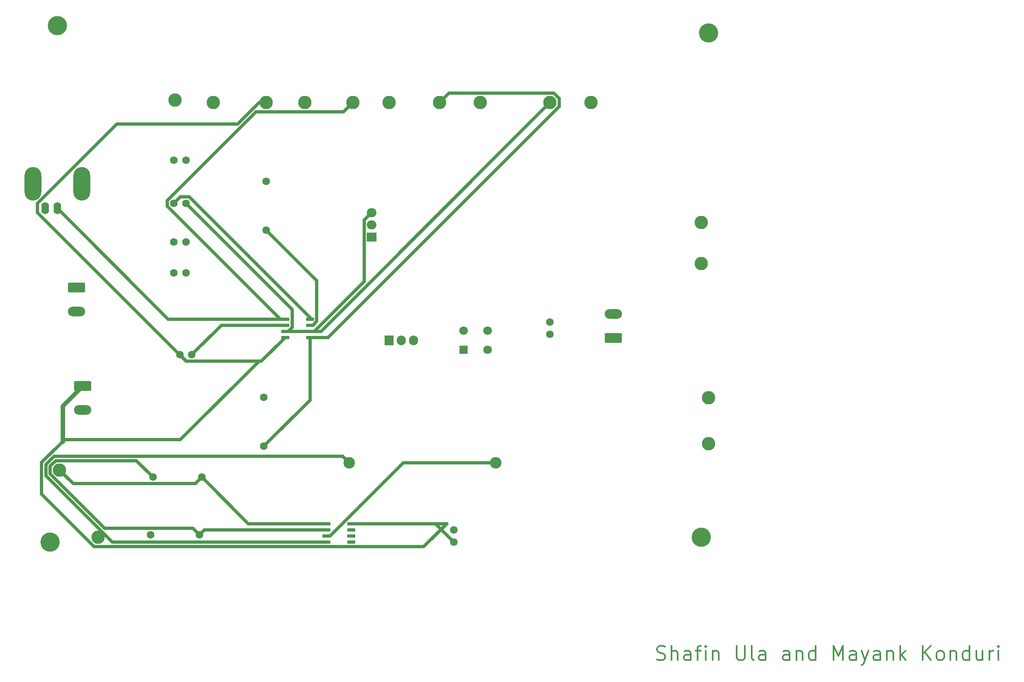
<source format=gtl>
%TF.GenerationSoftware,KiCad,Pcbnew,9.0.4*%
%TF.CreationDate,2025-10-14T11:36:06-05:00*%
%TF.ProjectId,Prelab7,5072656c-6162-4372-9e6b-696361645f70,rev?*%
%TF.SameCoordinates,Original*%
%TF.FileFunction,Copper,L1,Top*%
%TF.FilePolarity,Positive*%
%FSLAX46Y46*%
G04 Gerber Fmt 4.6, Leading zero omitted, Abs format (unit mm)*
G04 Created by KiCad (PCBNEW 9.0.4) date 2025-10-14 11:36:06*
%MOMM*%
%LPD*%
G01*
G04 APERTURE LIST*
G04 Aperture macros list*
%AMRoundRect*
0 Rectangle with rounded corners*
0 $1 Rounding radius*
0 $2 $3 $4 $5 $6 $7 $8 $9 X,Y pos of 4 corners*
0 Add a 4 corners polygon primitive as box body*
4,1,4,$2,$3,$4,$5,$6,$7,$8,$9,$2,$3,0*
0 Add four circle primitives for the rounded corners*
1,1,$1+$1,$2,$3*
1,1,$1+$1,$4,$5*
1,1,$1+$1,$6,$7*
1,1,$1+$1,$8,$9*
0 Add four rect primitives between the rounded corners*
20,1,$1+$1,$2,$3,$4,$5,0*
20,1,$1+$1,$4,$5,$6,$7,0*
20,1,$1+$1,$6,$7,$8,$9,0*
20,1,$1+$1,$8,$9,$2,$3,0*%
G04 Aperture macros list end*
%ADD10C,0.300000*%
%TA.AperFunction,NonConductor*%
%ADD11C,0.300000*%
%TD*%
%TA.AperFunction,ComponentPad*%
%ADD12C,2.800000*%
%TD*%
%TA.AperFunction,SMDPad,CuDef*%
%ADD13RoundRect,0.150000X-0.725000X-0.150000X0.725000X-0.150000X0.725000X0.150000X-0.725000X0.150000X0*%
%TD*%
%TA.AperFunction,ComponentPad*%
%ADD14C,1.600000*%
%TD*%
%TA.AperFunction,ComponentPad*%
%ADD15RoundRect,0.250000X1.550000X-0.750000X1.550000X0.750000X-1.550000X0.750000X-1.550000X-0.750000X0*%
%TD*%
%TA.AperFunction,ComponentPad*%
%ADD16O,3.600000X2.000000*%
%TD*%
%TA.AperFunction,ComponentPad*%
%ADD17RoundRect,0.250000X-1.550000X0.750000X-1.550000X-0.750000X1.550000X-0.750000X1.550000X0.750000X0*%
%TD*%
%TA.AperFunction,ComponentPad*%
%ADD18C,2.400000*%
%TD*%
%TA.AperFunction,ComponentPad*%
%ADD19R,1.905000X2.000000*%
%TD*%
%TA.AperFunction,ComponentPad*%
%ADD20O,1.905000X2.000000*%
%TD*%
%TA.AperFunction,ComponentPad*%
%ADD21R,2.000000X1.905000*%
%TD*%
%TA.AperFunction,ComponentPad*%
%ADD22O,2.000000X1.905000*%
%TD*%
%TA.AperFunction,ComponentPad*%
%ADD23O,1.600000X2.500000*%
%TD*%
%TA.AperFunction,ComponentPad*%
%ADD24O,3.500000X7.000000*%
%TD*%
%TA.AperFunction,ComponentPad*%
%ADD25R,1.800000X1.800000*%
%TD*%
%TA.AperFunction,ComponentPad*%
%ADD26C,1.800000*%
%TD*%
%TA.AperFunction,ViaPad*%
%ADD27C,4.000000*%
%TD*%
%TA.AperFunction,Conductor*%
%ADD28C,0.700000*%
%TD*%
%TA.AperFunction,Conductor*%
%ADD29C,0.900000*%
%TD*%
G04 APERTURE END LIST*
D10*
D11*
X185768796Y-173474400D02*
X186197368Y-173617257D01*
X186197368Y-173617257D02*
X186911653Y-173617257D01*
X186911653Y-173617257D02*
X187197368Y-173474400D01*
X187197368Y-173474400D02*
X187340225Y-173331542D01*
X187340225Y-173331542D02*
X187483082Y-173045828D01*
X187483082Y-173045828D02*
X187483082Y-172760114D01*
X187483082Y-172760114D02*
X187340225Y-172474400D01*
X187340225Y-172474400D02*
X187197368Y-172331542D01*
X187197368Y-172331542D02*
X186911653Y-172188685D01*
X186911653Y-172188685D02*
X186340225Y-172045828D01*
X186340225Y-172045828D02*
X186054510Y-171902971D01*
X186054510Y-171902971D02*
X185911653Y-171760114D01*
X185911653Y-171760114D02*
X185768796Y-171474400D01*
X185768796Y-171474400D02*
X185768796Y-171188685D01*
X185768796Y-171188685D02*
X185911653Y-170902971D01*
X185911653Y-170902971D02*
X186054510Y-170760114D01*
X186054510Y-170760114D02*
X186340225Y-170617257D01*
X186340225Y-170617257D02*
X187054510Y-170617257D01*
X187054510Y-170617257D02*
X187483082Y-170760114D01*
X188768796Y-173617257D02*
X188768796Y-170617257D01*
X190054511Y-173617257D02*
X190054511Y-172045828D01*
X190054511Y-172045828D02*
X189911653Y-171760114D01*
X189911653Y-171760114D02*
X189625939Y-171617257D01*
X189625939Y-171617257D02*
X189197368Y-171617257D01*
X189197368Y-171617257D02*
X188911653Y-171760114D01*
X188911653Y-171760114D02*
X188768796Y-171902971D01*
X192768797Y-173617257D02*
X192768797Y-172045828D01*
X192768797Y-172045828D02*
X192625939Y-171760114D01*
X192625939Y-171760114D02*
X192340225Y-171617257D01*
X192340225Y-171617257D02*
X191768797Y-171617257D01*
X191768797Y-171617257D02*
X191483082Y-171760114D01*
X192768797Y-173474400D02*
X192483082Y-173617257D01*
X192483082Y-173617257D02*
X191768797Y-173617257D01*
X191768797Y-173617257D02*
X191483082Y-173474400D01*
X191483082Y-173474400D02*
X191340225Y-173188685D01*
X191340225Y-173188685D02*
X191340225Y-172902971D01*
X191340225Y-172902971D02*
X191483082Y-172617257D01*
X191483082Y-172617257D02*
X191768797Y-172474400D01*
X191768797Y-172474400D02*
X192483082Y-172474400D01*
X192483082Y-172474400D02*
X192768797Y-172331542D01*
X193768797Y-171617257D02*
X194911654Y-171617257D01*
X194197368Y-173617257D02*
X194197368Y-171045828D01*
X194197368Y-171045828D02*
X194340225Y-170760114D01*
X194340225Y-170760114D02*
X194625940Y-170617257D01*
X194625940Y-170617257D02*
X194911654Y-170617257D01*
X195911654Y-173617257D02*
X195911654Y-171617257D01*
X195911654Y-170617257D02*
X195768797Y-170760114D01*
X195768797Y-170760114D02*
X195911654Y-170902971D01*
X195911654Y-170902971D02*
X196054511Y-170760114D01*
X196054511Y-170760114D02*
X195911654Y-170617257D01*
X195911654Y-170617257D02*
X195911654Y-170902971D01*
X197340225Y-171617257D02*
X197340225Y-173617257D01*
X197340225Y-171902971D02*
X197483082Y-171760114D01*
X197483082Y-171760114D02*
X197768797Y-171617257D01*
X197768797Y-171617257D02*
X198197368Y-171617257D01*
X198197368Y-171617257D02*
X198483082Y-171760114D01*
X198483082Y-171760114D02*
X198625940Y-172045828D01*
X198625940Y-172045828D02*
X198625940Y-173617257D01*
X202340225Y-170617257D02*
X202340225Y-173045828D01*
X202340225Y-173045828D02*
X202483082Y-173331542D01*
X202483082Y-173331542D02*
X202625940Y-173474400D01*
X202625940Y-173474400D02*
X202911654Y-173617257D01*
X202911654Y-173617257D02*
X203483082Y-173617257D01*
X203483082Y-173617257D02*
X203768797Y-173474400D01*
X203768797Y-173474400D02*
X203911654Y-173331542D01*
X203911654Y-173331542D02*
X204054511Y-173045828D01*
X204054511Y-173045828D02*
X204054511Y-170617257D01*
X205911654Y-173617257D02*
X205625939Y-173474400D01*
X205625939Y-173474400D02*
X205483082Y-173188685D01*
X205483082Y-173188685D02*
X205483082Y-170617257D01*
X208340226Y-173617257D02*
X208340226Y-172045828D01*
X208340226Y-172045828D02*
X208197368Y-171760114D01*
X208197368Y-171760114D02*
X207911654Y-171617257D01*
X207911654Y-171617257D02*
X207340226Y-171617257D01*
X207340226Y-171617257D02*
X207054511Y-171760114D01*
X208340226Y-173474400D02*
X208054511Y-173617257D01*
X208054511Y-173617257D02*
X207340226Y-173617257D01*
X207340226Y-173617257D02*
X207054511Y-173474400D01*
X207054511Y-173474400D02*
X206911654Y-173188685D01*
X206911654Y-173188685D02*
X206911654Y-172902971D01*
X206911654Y-172902971D02*
X207054511Y-172617257D01*
X207054511Y-172617257D02*
X207340226Y-172474400D01*
X207340226Y-172474400D02*
X208054511Y-172474400D01*
X208054511Y-172474400D02*
X208340226Y-172331542D01*
X213340226Y-173617257D02*
X213340226Y-172045828D01*
X213340226Y-172045828D02*
X213197368Y-171760114D01*
X213197368Y-171760114D02*
X212911654Y-171617257D01*
X212911654Y-171617257D02*
X212340226Y-171617257D01*
X212340226Y-171617257D02*
X212054511Y-171760114D01*
X213340226Y-173474400D02*
X213054511Y-173617257D01*
X213054511Y-173617257D02*
X212340226Y-173617257D01*
X212340226Y-173617257D02*
X212054511Y-173474400D01*
X212054511Y-173474400D02*
X211911654Y-173188685D01*
X211911654Y-173188685D02*
X211911654Y-172902971D01*
X211911654Y-172902971D02*
X212054511Y-172617257D01*
X212054511Y-172617257D02*
X212340226Y-172474400D01*
X212340226Y-172474400D02*
X213054511Y-172474400D01*
X213054511Y-172474400D02*
X213340226Y-172331542D01*
X214768797Y-171617257D02*
X214768797Y-173617257D01*
X214768797Y-171902971D02*
X214911654Y-171760114D01*
X214911654Y-171760114D02*
X215197369Y-171617257D01*
X215197369Y-171617257D02*
X215625940Y-171617257D01*
X215625940Y-171617257D02*
X215911654Y-171760114D01*
X215911654Y-171760114D02*
X216054512Y-172045828D01*
X216054512Y-172045828D02*
X216054512Y-173617257D01*
X218768798Y-173617257D02*
X218768798Y-170617257D01*
X218768798Y-173474400D02*
X218483083Y-173617257D01*
X218483083Y-173617257D02*
X217911655Y-173617257D01*
X217911655Y-173617257D02*
X217625940Y-173474400D01*
X217625940Y-173474400D02*
X217483083Y-173331542D01*
X217483083Y-173331542D02*
X217340226Y-173045828D01*
X217340226Y-173045828D02*
X217340226Y-172188685D01*
X217340226Y-172188685D02*
X217483083Y-171902971D01*
X217483083Y-171902971D02*
X217625940Y-171760114D01*
X217625940Y-171760114D02*
X217911655Y-171617257D01*
X217911655Y-171617257D02*
X218483083Y-171617257D01*
X218483083Y-171617257D02*
X218768798Y-171760114D01*
X222483083Y-173617257D02*
X222483083Y-170617257D01*
X222483083Y-170617257D02*
X223483083Y-172760114D01*
X223483083Y-172760114D02*
X224483083Y-170617257D01*
X224483083Y-170617257D02*
X224483083Y-173617257D01*
X227197369Y-173617257D02*
X227197369Y-172045828D01*
X227197369Y-172045828D02*
X227054511Y-171760114D01*
X227054511Y-171760114D02*
X226768797Y-171617257D01*
X226768797Y-171617257D02*
X226197369Y-171617257D01*
X226197369Y-171617257D02*
X225911654Y-171760114D01*
X227197369Y-173474400D02*
X226911654Y-173617257D01*
X226911654Y-173617257D02*
X226197369Y-173617257D01*
X226197369Y-173617257D02*
X225911654Y-173474400D01*
X225911654Y-173474400D02*
X225768797Y-173188685D01*
X225768797Y-173188685D02*
X225768797Y-172902971D01*
X225768797Y-172902971D02*
X225911654Y-172617257D01*
X225911654Y-172617257D02*
X226197369Y-172474400D01*
X226197369Y-172474400D02*
X226911654Y-172474400D01*
X226911654Y-172474400D02*
X227197369Y-172331542D01*
X228340226Y-171617257D02*
X229054512Y-173617257D01*
X229768797Y-171617257D02*
X229054512Y-173617257D01*
X229054512Y-173617257D02*
X228768797Y-174331542D01*
X228768797Y-174331542D02*
X228625940Y-174474400D01*
X228625940Y-174474400D02*
X228340226Y-174617257D01*
X232197369Y-173617257D02*
X232197369Y-172045828D01*
X232197369Y-172045828D02*
X232054511Y-171760114D01*
X232054511Y-171760114D02*
X231768797Y-171617257D01*
X231768797Y-171617257D02*
X231197369Y-171617257D01*
X231197369Y-171617257D02*
X230911654Y-171760114D01*
X232197369Y-173474400D02*
X231911654Y-173617257D01*
X231911654Y-173617257D02*
X231197369Y-173617257D01*
X231197369Y-173617257D02*
X230911654Y-173474400D01*
X230911654Y-173474400D02*
X230768797Y-173188685D01*
X230768797Y-173188685D02*
X230768797Y-172902971D01*
X230768797Y-172902971D02*
X230911654Y-172617257D01*
X230911654Y-172617257D02*
X231197369Y-172474400D01*
X231197369Y-172474400D02*
X231911654Y-172474400D01*
X231911654Y-172474400D02*
X232197369Y-172331542D01*
X233625940Y-171617257D02*
X233625940Y-173617257D01*
X233625940Y-171902971D02*
X233768797Y-171760114D01*
X233768797Y-171760114D02*
X234054512Y-171617257D01*
X234054512Y-171617257D02*
X234483083Y-171617257D01*
X234483083Y-171617257D02*
X234768797Y-171760114D01*
X234768797Y-171760114D02*
X234911655Y-172045828D01*
X234911655Y-172045828D02*
X234911655Y-173617257D01*
X236340226Y-173617257D02*
X236340226Y-170617257D01*
X236625941Y-172474400D02*
X237483083Y-173617257D01*
X237483083Y-171617257D02*
X236340226Y-172760114D01*
X241054511Y-173617257D02*
X241054511Y-170617257D01*
X242768797Y-173617257D02*
X241483083Y-171902971D01*
X242768797Y-170617257D02*
X241054511Y-172331542D01*
X244483083Y-173617257D02*
X244197368Y-173474400D01*
X244197368Y-173474400D02*
X244054511Y-173331542D01*
X244054511Y-173331542D02*
X243911654Y-173045828D01*
X243911654Y-173045828D02*
X243911654Y-172188685D01*
X243911654Y-172188685D02*
X244054511Y-171902971D01*
X244054511Y-171902971D02*
X244197368Y-171760114D01*
X244197368Y-171760114D02*
X244483083Y-171617257D01*
X244483083Y-171617257D02*
X244911654Y-171617257D01*
X244911654Y-171617257D02*
X245197368Y-171760114D01*
X245197368Y-171760114D02*
X245340226Y-171902971D01*
X245340226Y-171902971D02*
X245483083Y-172188685D01*
X245483083Y-172188685D02*
X245483083Y-173045828D01*
X245483083Y-173045828D02*
X245340226Y-173331542D01*
X245340226Y-173331542D02*
X245197368Y-173474400D01*
X245197368Y-173474400D02*
X244911654Y-173617257D01*
X244911654Y-173617257D02*
X244483083Y-173617257D01*
X246768797Y-171617257D02*
X246768797Y-173617257D01*
X246768797Y-171902971D02*
X246911654Y-171760114D01*
X246911654Y-171760114D02*
X247197369Y-171617257D01*
X247197369Y-171617257D02*
X247625940Y-171617257D01*
X247625940Y-171617257D02*
X247911654Y-171760114D01*
X247911654Y-171760114D02*
X248054512Y-172045828D01*
X248054512Y-172045828D02*
X248054512Y-173617257D01*
X250768798Y-173617257D02*
X250768798Y-170617257D01*
X250768798Y-173474400D02*
X250483083Y-173617257D01*
X250483083Y-173617257D02*
X249911655Y-173617257D01*
X249911655Y-173617257D02*
X249625940Y-173474400D01*
X249625940Y-173474400D02*
X249483083Y-173331542D01*
X249483083Y-173331542D02*
X249340226Y-173045828D01*
X249340226Y-173045828D02*
X249340226Y-172188685D01*
X249340226Y-172188685D02*
X249483083Y-171902971D01*
X249483083Y-171902971D02*
X249625940Y-171760114D01*
X249625940Y-171760114D02*
X249911655Y-171617257D01*
X249911655Y-171617257D02*
X250483083Y-171617257D01*
X250483083Y-171617257D02*
X250768798Y-171760114D01*
X253483084Y-171617257D02*
X253483084Y-173617257D01*
X252197369Y-171617257D02*
X252197369Y-173188685D01*
X252197369Y-173188685D02*
X252340226Y-173474400D01*
X252340226Y-173474400D02*
X252625941Y-173617257D01*
X252625941Y-173617257D02*
X253054512Y-173617257D01*
X253054512Y-173617257D02*
X253340226Y-173474400D01*
X253340226Y-173474400D02*
X253483084Y-173331542D01*
X254911655Y-173617257D02*
X254911655Y-171617257D01*
X254911655Y-172188685D02*
X255054512Y-171902971D01*
X255054512Y-171902971D02*
X255197370Y-171760114D01*
X255197370Y-171760114D02*
X255483084Y-171617257D01*
X255483084Y-171617257D02*
X255768798Y-171617257D01*
X256768798Y-173617257D02*
X256768798Y-171617257D01*
X256768798Y-170617257D02*
X256625941Y-170760114D01*
X256625941Y-170760114D02*
X256768798Y-170902971D01*
X256768798Y-170902971D02*
X256911655Y-170760114D01*
X256911655Y-170760114D02*
X256768798Y-170617257D01*
X256768798Y-170617257D02*
X256768798Y-170902971D01*
D12*
%TO.P,GND_T8,1,1*%
%TO.N,GND*%
X69500000Y-148000000D03*
%TD*%
D13*
%TO.P,U1,8,V+*%
%TO.N,10V*%
X122150000Y-145190000D03*
%TO.P,U1,7*%
%TO.N,unconnected-(U1-Pad7)*%
X122150000Y-146460000D03*
%TO.P,U1,6,-*%
%TO.N,unconnected-(U1B---Pad6)*%
X122150000Y-147730000D03*
%TO.P,U1,5,+*%
%TO.N,unconnected-(U1B-+-Pad5)*%
X122150000Y-149000000D03*
%TO.P,U1,4,V-*%
%TO.N,GND*%
X117000000Y-149000000D03*
%TO.P,U1,3,+*%
%TO.N,Vout-*%
X117000000Y-147730000D03*
%TO.P,U1,2,-*%
%TO.N,Net-(U1A--)*%
X117000000Y-146460000D03*
%TO.P,U1,1*%
%TO.N,OPAMP_OUT*%
X117000000Y-145190000D03*
%TD*%
%TO.P,IC2,8,BOOT*%
%TO.N,BOOT*%
X113575000Y-102595000D03*
%TO.P,IC2,7,HIGHDR*%
%TO.N,HIGHDR*%
X113575000Y-103865000D03*
%TO.P,IC2,6,BOOTLO*%
%TO.N,SW*%
X113575000Y-105135000D03*
%TO.P,IC2,5,LOWDR*%
%TO.N,LOWDR*%
X113575000Y-106405000D03*
%TO.P,IC2,4,VCC*%
%TO.N,10V*%
X108425000Y-106405000D03*
%TO.P,IC2,3,DT*%
%TO.N,SW*%
X108425000Y-105135000D03*
%TO.P,IC2,2,PGND*%
%TO.N,GND*%
X108425000Y-103865000D03*
%TO.P,IC2,1,IN*%
%TO.N,PWM*%
X108425000Y-102595000D03*
%TD*%
D14*
%TO.P,C3,2*%
%TO.N,GND*%
X89000000Y-110000000D03*
%TO.P,C3,1*%
%TO.N,10V*%
X86500000Y-110000000D03*
%TD*%
D12*
%TO.P,V_1L_T7,1,1*%
%TO.N,Vout-*%
X196500000Y-119000000D03*
%TD*%
%TO.P,Vout_T6,1,1*%
%TO.N,Vout+*%
X195000000Y-82500000D03*
%TD*%
D15*
%TO.P,Vout1,1,Pin_1*%
%TO.N,Vout+*%
X176722500Y-106500000D03*
D16*
%TO.P,Vout1,2,Pin_2*%
%TO.N,Vout-*%
X176722500Y-101500000D03*
%TD*%
D12*
%TO.P,Vin_T1,1,1*%
%TO.N,Vin+*%
X85500000Y-57000000D03*
%TD*%
D17*
%TO.P,Vin1,1,Pin_1*%
%TO.N,Vin+*%
X65000000Y-96000000D03*
D16*
%TO.P,Vin1,2,Pin_2*%
%TO.N,GND*%
X65000000Y-101000000D03*
%TD*%
D14*
%TO.P,R5,1*%
%TO.N,LOWDR*%
X104000000Y-129080000D03*
%TO.P,R5,2*%
%TO.N,Net-(Q2-G)*%
X104000000Y-118920000D03*
%TD*%
%TO.P,R4,1*%
%TO.N,HIGHDR*%
X104500000Y-84080000D03*
%TO.P,R4,2*%
%TO.N,Net-(Q1-G)*%
X104500000Y-73920000D03*
%TD*%
%TO.P,R3,1*%
%TO.N,Net-(U1A--)*%
X80920000Y-135500000D03*
%TO.P,R3,2*%
%TO.N,OPAMP_OUT*%
X91080000Y-135500000D03*
%TD*%
%TO.P,R2,1*%
%TO.N,GND*%
X80420000Y-147500000D03*
%TO.P,R2,2*%
%TO.N,Net-(U1A--)*%
X90580000Y-147500000D03*
%TD*%
D18*
%TO.P,R1,1*%
%TO.N,GND*%
X121755000Y-132500000D03*
%TO.P,R1,2*%
%TO.N,Vout-*%
X152235000Y-132500000D03*
%TD*%
D19*
%TO.P,Q2,1,G*%
%TO.N,Net-(Q2-G)*%
X130000000Y-107000000D03*
D20*
%TO.P,Q2,2,D*%
%TO.N,SW*%
X132540000Y-107000000D03*
%TO.P,Q2,3,S*%
%TO.N,GND*%
X135080000Y-107000000D03*
%TD*%
D21*
%TO.P,Q1,1,G*%
%TO.N,Net-(Q1-G)*%
X126420000Y-85500000D03*
D22*
%TO.P,Q1,2,D*%
%TO.N,Vin+*%
X126420000Y-82960000D03*
%TO.P,Q1,3,S*%
%TO.N,SW*%
X126420000Y-80420000D03*
%TD*%
D12*
%TO.P,PWM_T3,1,1*%
%TO.N,PWM*%
X122500000Y-57500000D03*
%TD*%
D23*
%TO.P,PWM1,1,In*%
%TO.N,PWM*%
X61000000Y-79550000D03*
D24*
%TO.P,PWM1,2,Ext*%
%TO.N,GND*%
X55920000Y-74470000D03*
D23*
X58460000Y-79550000D03*
D24*
X66080000Y-74470000D03*
%TD*%
D12*
%TO.P,OPAMP_OUT_T8,1,1*%
%TO.N,OPAMP_OUT*%
X61500000Y-134000000D03*
%TD*%
%TO.P,LOW_Vds_T5,1,1*%
%TO.N,SW*%
X163500000Y-57500000D03*
%TD*%
%TO.P,LOWDR_T4,1,1*%
%TO.N,LOWDR*%
X140500000Y-57500000D03*
%TD*%
D25*
%TO.P,L1,1,1*%
%TO.N,unconnected-(L1-Pad1)*%
X145500000Y-109000000D03*
D26*
%TO.P,L1,2,2*%
%TO.N,SW*%
X150500000Y-109000000D03*
%TO.P,L1,3,3*%
%TO.N,Vout+*%
X145500000Y-105000000D03*
%TO.P,L1,4,4*%
%TO.N,unconnected-(L1-Pad4)*%
X150500000Y-105000000D03*
%TD*%
D12*
%TO.P,GND_T7,1,1*%
%TO.N,GND*%
X196500000Y-128500000D03*
%TD*%
%TO.P,GND_T6,1,1*%
%TO.N,GND*%
X195000000Y-91000000D03*
%TD*%
%TO.P,GND_T5,1,1*%
%TO.N,GND*%
X172000000Y-57500000D03*
%TD*%
%TO.P,GND_T4,1,1*%
%TO.N,GND*%
X149000000Y-57500000D03*
%TD*%
%TO.P,GND_T3,1,1*%
%TO.N,GND*%
X130000000Y-57500000D03*
%TD*%
%TO.P,GND_T2,1,1*%
%TO.N,GND*%
X112500000Y-57500000D03*
%TD*%
%TO.P,GND_T1,1,1*%
%TO.N,GND*%
X93500000Y-57500000D03*
%TD*%
D14*
%TO.P,C7,1*%
%TO.N,Vin+*%
X85250000Y-93000000D03*
%TO.P,C7,2*%
%TO.N,GND*%
X87750000Y-93000000D03*
%TD*%
%TO.P,C6,1*%
%TO.N,Vin+*%
X85250000Y-86500000D03*
%TO.P,C6,2*%
%TO.N,GND*%
X87750000Y-86500000D03*
%TD*%
%TO.P,C5,1*%
%TO.N,BOOT*%
X85250000Y-78500000D03*
%TO.P,C5,2*%
%TO.N,SW*%
X87750000Y-78500000D03*
%TD*%
%TO.P,C4,1*%
%TO.N,10V*%
X143500000Y-149000000D03*
%TO.P,C4,2*%
%TO.N,GND*%
X143500000Y-146500000D03*
%TD*%
%TO.P,C2,1*%
%TO.N,Vout+*%
X163500000Y-105750000D03*
%TO.P,C2,2*%
%TO.N,Vout-*%
X163500000Y-103250000D03*
%TD*%
%TO.P,C1,1*%
%TO.N,Vin+*%
X85250000Y-69500000D03*
%TO.P,C1,2*%
%TO.N,GND*%
X87750000Y-69500000D03*
%TD*%
D12*
%TO.P,10V_T2,1,1*%
%TO.N,10V*%
X104500000Y-57500000D03*
%TD*%
D17*
%TO.P,10VD1,1,Pin_1*%
%TO.N,10V*%
X66277500Y-116500000D03*
D16*
%TO.P,10VD1,2,Pin_2*%
%TO.N,GND*%
X66277500Y-121500000D03*
%TD*%
D27*
%TO.N,*%
X196500000Y-43000000D03*
X195000000Y-148000000D03*
X59500000Y-149000000D03*
X61000000Y-41500000D03*
%TD*%
D28*
%TO.N,10V*%
X62096229Y-128096229D02*
X62463457Y-127729000D01*
D29*
X66277500Y-116500000D02*
X62096229Y-120681271D01*
X62096229Y-120681271D02*
X62096229Y-128096229D01*
D28*
X86622000Y-127729000D02*
X103000000Y-111351000D01*
X62463457Y-127729000D02*
X86622000Y-127729000D01*
X57747002Y-132445455D02*
X62096229Y-128096229D01*
X57747002Y-139006133D02*
X57747002Y-132445455D01*
X68691869Y-149951000D02*
X57747002Y-139006133D01*
X142021288Y-145190000D02*
X137260288Y-149951000D01*
X122150000Y-145190000D02*
X142021288Y-145190000D01*
X137260288Y-149951000D02*
X68691869Y-149951000D01*
X103000000Y-111351000D02*
X87796895Y-111351000D01*
%TO.N,GND*%
X60318663Y-131148000D02*
X120403000Y-131148000D01*
X120403000Y-131148000D02*
X121755000Y-132500000D01*
X58648001Y-132818662D02*
X60318663Y-131148000D01*
X58648000Y-135181337D02*
X58648001Y-132818662D01*
X72466663Y-149000000D02*
X58648000Y-135181337D01*
X117000000Y-149000000D02*
X72466663Y-149000000D01*
%TO.N,Vout-*%
X117739478Y-147730000D02*
X132969478Y-132500000D01*
X132969478Y-132500000D02*
X152235000Y-132500000D01*
X117000000Y-147730000D02*
X117739478Y-147730000D01*
%TO.N,10V*%
X139690000Y-145190000D02*
X122150000Y-145190000D01*
X143500000Y-149000000D02*
X139690000Y-145190000D01*
%TO.N,Net-(U1A--)*%
X90580000Y-147500000D02*
X91620000Y-146460000D01*
X91620000Y-146460000D02*
X117000000Y-146460000D01*
X70889869Y-146149000D02*
X89229000Y-146149000D01*
X59549000Y-134808131D02*
X70889869Y-146149000D01*
X89229000Y-146149000D02*
X90580000Y-147500000D01*
X59549000Y-133191869D02*
X59549000Y-134808131D01*
X60691869Y-132049000D02*
X59549000Y-133191869D01*
X80920000Y-135500000D02*
X77469000Y-132049000D01*
X77469000Y-132049000D02*
X60691869Y-132049000D01*
%TO.N,OPAMP_OUT*%
X64351000Y-136851000D02*
X61500000Y-134000000D01*
X89729000Y-136851000D02*
X64351000Y-136851000D01*
X91080000Y-135500000D02*
X89729000Y-136851000D01*
X117000000Y-145190000D02*
X100770000Y-145190000D01*
X100770000Y-145190000D02*
X91080000Y-135500000D01*
%TO.N,BOOT*%
X88428999Y-77149000D02*
X86601000Y-77149000D01*
X113575000Y-102295001D02*
X88428999Y-77149000D01*
X113575000Y-102595000D02*
X113575000Y-102295001D01*
X86601000Y-77149000D02*
X85250000Y-78500000D01*
%TO.N,HIGHDR*%
X115001000Y-94581000D02*
X104500000Y-84080000D01*
X114175522Y-103865000D02*
X115001000Y-103039522D01*
X113575000Y-103865000D02*
X114175522Y-103865000D01*
X115001000Y-103039522D02*
X115001000Y-94581000D01*
%TO.N,LOWDR*%
X142451000Y-55549000D02*
X140500000Y-57500000D01*
X165451000Y-56691869D02*
X164308131Y-55549000D01*
X165451000Y-58308131D02*
X165451000Y-56691869D01*
X113575000Y-106405000D02*
X117354131Y-106405000D01*
X117354131Y-106405000D02*
X165451000Y-58308131D01*
X164308131Y-55549000D02*
X142451000Y-55549000D01*
%TO.N,10V*%
X98565191Y-62000000D02*
X103065191Y-57500000D01*
X73394105Y-62000000D02*
X98565191Y-62000000D01*
X56873105Y-80427210D02*
X56873105Y-78521000D01*
X56873105Y-78521000D02*
X73394105Y-62000000D01*
X103479000Y-111351000D02*
X103000000Y-111351000D01*
X87796895Y-111351000D02*
X56873105Y-80427210D01*
X108425000Y-106405000D02*
X103479000Y-111351000D01*
X103065191Y-57500000D02*
X104500000Y-57500000D01*
%TO.N,SW*%
X115865000Y-105135000D02*
X163500000Y-57500000D01*
X108425000Y-105135000D02*
X115865000Y-105135000D01*
%TO.N,PWM*%
X120549000Y-59451000D02*
X122500000Y-57500000D01*
X102388397Y-59451000D02*
X120549000Y-59451000D01*
X83899000Y-79059603D02*
X83899000Y-77940397D01*
X107434397Y-102595000D02*
X83899000Y-79059603D01*
X83899000Y-77940397D02*
X102388397Y-59451000D01*
X108425000Y-102595000D02*
X107434397Y-102595000D01*
%TO.N,LOWDR*%
X113575000Y-119505000D02*
X104000000Y-129080000D01*
X113575000Y-106405000D02*
X113575000Y-119505000D01*
%TO.N,10V*%
X87851000Y-111351000D02*
X86500000Y-110000000D01*
X103479000Y-111351000D02*
X87851000Y-111351000D01*
%TO.N,SW*%
X109851000Y-104309522D02*
X109851000Y-100601000D01*
X109851000Y-100601000D02*
X87750000Y-78500000D01*
X108425000Y-105135000D02*
X109025522Y-105135000D01*
X109025522Y-105135000D02*
X109851000Y-104309522D01*
%TO.N,GND*%
X95135000Y-103865000D02*
X89000000Y-110000000D01*
X108425000Y-103865000D02*
X95135000Y-103865000D01*
%TO.N,PWM*%
X84045000Y-102595000D02*
X61000000Y-79550000D01*
X108425000Y-102595000D02*
X84045000Y-102595000D01*
%TO.N,SW*%
X113575000Y-105135000D02*
X114449999Y-105135000D01*
X124869000Y-81971000D02*
X126420000Y-80420000D01*
X124869000Y-94715999D02*
X124869000Y-81971000D01*
X114449999Y-105135000D02*
X124869000Y-94715999D01*
%TD*%
M02*

</source>
